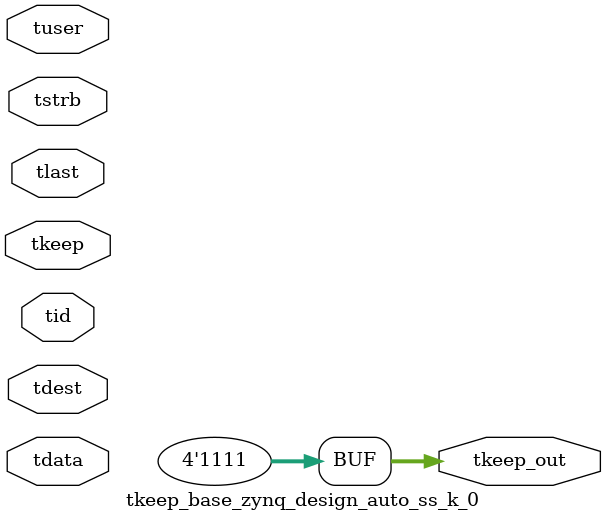
<source format=v>


`timescale 1ps/1ps

module tkeep_base_zynq_design_auto_ss_k_0 #
(
parameter C_S_AXIS_TDATA_WIDTH = 32,
parameter C_S_AXIS_TUSER_WIDTH = 0,
parameter C_S_AXIS_TID_WIDTH   = 0,
parameter C_S_AXIS_TDEST_WIDTH = 0,
parameter C_M_AXIS_TDATA_WIDTH = 32
)
(
input  [(C_S_AXIS_TDATA_WIDTH == 0 ? 1 : C_S_AXIS_TDATA_WIDTH)-1:0     ] tdata,
input  [(C_S_AXIS_TUSER_WIDTH == 0 ? 1 : C_S_AXIS_TUSER_WIDTH)-1:0     ] tuser,
input  [(C_S_AXIS_TID_WIDTH   == 0 ? 1 : C_S_AXIS_TID_WIDTH)-1:0       ] tid,
input  [(C_S_AXIS_TDEST_WIDTH == 0 ? 1 : C_S_AXIS_TDEST_WIDTH)-1:0     ] tdest,
input  [(C_S_AXIS_TDATA_WIDTH/8)-1:0 ] tkeep,
input  [(C_S_AXIS_TDATA_WIDTH/8)-1:0 ] tstrb,
input                                                                    tlast,
output [(C_M_AXIS_TDATA_WIDTH/8)-1:0 ] tkeep_out
);

assign tkeep_out = {4'b1111};

endmodule


</source>
